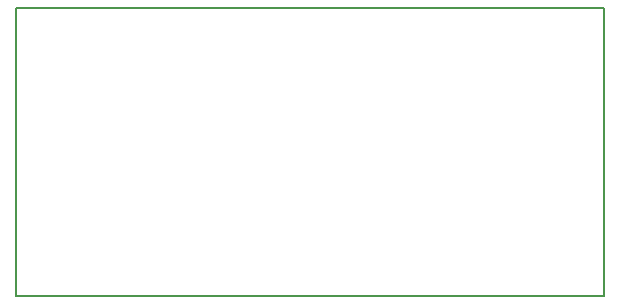
<source format=gbr>
G04 #@! TF.GenerationSoftware,KiCad,Pcbnew,5.1.5*
G04 #@! TF.CreationDate,2020-01-29T11:09:02+01:00*
G04 #@! TF.ProjectId,TinyADC,54696e79-4144-4432-9e6b-696361645f70,rev?*
G04 #@! TF.SameCoordinates,Original*
G04 #@! TF.FileFunction,Profile,NP*
%FSLAX46Y46*%
G04 Gerber Fmt 4.6, Leading zero omitted, Abs format (unit mm)*
G04 Created by KiCad (PCBNEW 5.1.5) date 2020-01-29 11:09:02*
%MOMM*%
%LPD*%
G04 APERTURE LIST*
%ADD10C,0.150000*%
G04 APERTURE END LIST*
D10*
X116078000Y-122682000D02*
X116078000Y-98298000D01*
X165862000Y-122682000D02*
X116078000Y-122682000D01*
X165862000Y-98298000D02*
X165862000Y-122682000D01*
X116078000Y-98298000D02*
X165862000Y-98298000D01*
M02*

</source>
